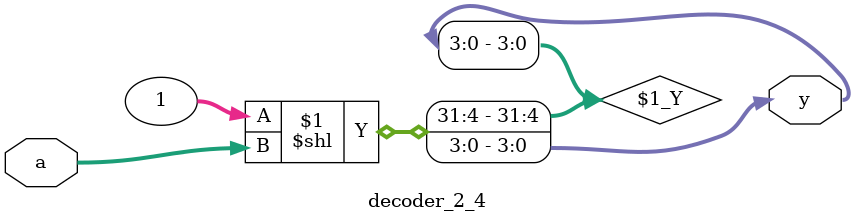
<source format=v>
module decoder_2_4(input [1:0] a, output [3:0] y);
    assign y = 1 << a;
endmodule

</source>
